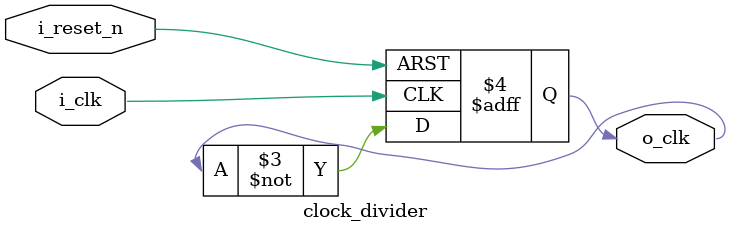
<source format=sv>

module clock_divider
	#(
	parameter FREQ_1 = 50_000_000,
	parameter FREQ_2 = 25_000_000
	)

	(
		input  logic i_clk,
		input  logic i_reset_n,

		output logic o_clk
	);

	always_ff @(posedge i_clk, negedge i_reset_n) begin
		if (~i_reset_n) begin
			o_clk <= '0;
		end
		else begin
			o_clk <= ~o_clk;
		end
	end

endmodule : clock_divider




</source>
